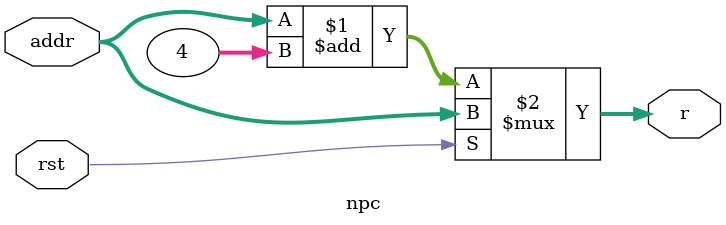
<source format=v>
`timescale 1ns / 1ns

module npc(
    input [31:0] addr,
    input rst,
    output [31:0] r
    );

    assign r = rst ? addr : addr + 4;

endmodule
</source>
